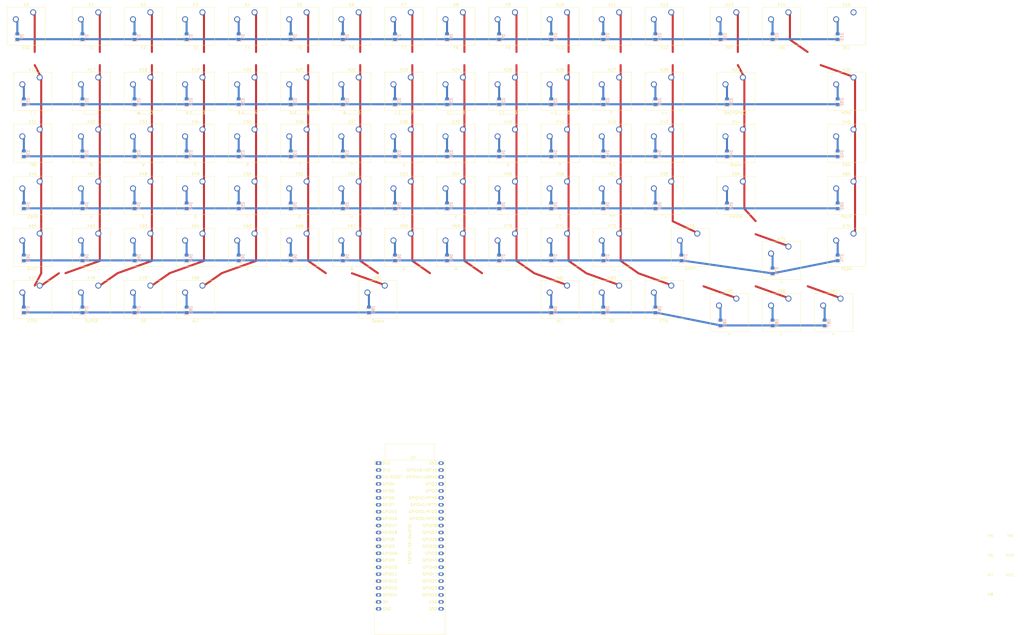
<source format=kicad_pcb>
(kicad_pcb (version 20240108) (generator "pcbnew") (generator_version "8.0")
  (layers (0 "F.Cu" signal) (31 "B.Cu" signal) (34 "B.Paste" user) (35 "F.Paste" user) (36 "B.SilkS" user "B.Silkscreen") (37 "F.SilkS" user "F.Silkscreen") (38 "B.Mask" user) (39 "F.Mask" user) (44 "Edge.Cuts" user))
  (net 0 "")
  (net 1 "GND")
  (net 2 "/Row_0")
  (net 3 "/Row_1")
  (net 4 "/Row_2")
  (net 5 "/Row_3")
  (net 6 "/Row_4")
  (net 7 "/Row_5")
  (net 8 "/Row_6")
  (net 9 "/Col_0")
  (net 10 "/Col_1")
  (net 11 "/Col_2")
  (net 12 "/Col_3")
  (net 13 "/Col_4")
  (net 14 "/Col_5")
  (net 15 "/Col_6")
  (net 16 "/Col_7")
  (net 17 "/Col_8")
  (net 18 "/Col_9")
  (net 19 "/Col_10")
  (net 20 "/Col_11")
  (net 21 "/Col_12")
  (net 22 "/Col_13")
  (net 23 "/Col_14")
  (net 24 "/Col_15")
  (net 25 "/Col_16")
  (net 26 "Net-(D0-Pad2)")
  (net 27 "Net-(D1-Pad2)")
  (net 28 "Net-(D2-Pad2)")
  (net 29 "Net-(D3-Pad2)")
  (net 30 "Net-(D4-Pad2)")
  (net 31 "Net-(D5-Pad2)")
  (net 32 "Net-(D6-Pad2)")
  (net 33 "Net-(D7-Pad2)")
  (net 34 "Net-(D8-Pad2)")
  (net 35 "Net-(D9-Pad2)")
  (net 36 "Net-(D10-Pad2)")
  (net 37 "Net-(D11-Pad2)")
  (net 38 "Net-(D12-Pad2)")
  (net 39 "Net-(D13-Pad2)")
  (net 40 "Net-(D14-Pad2)")
  (net 41 "Net-(D15-Pad2)")
  (net 42 "Net-(D16-Pad2)")
  (net 43 "Net-(D17-Pad2)")
  (net 44 "Net-(D18-Pad2)")
  (net 45 "Net-(D19-Pad2)")
  (net 46 "Net-(D20-Pad2)")
  (net 47 "Net-(D21-Pad2)")
  (net 48 "Net-(D22-Pad2)")
  (net 49 "Net-(D23-Pad2)")
  (net 50 "Net-(D24-Pad2)")
  (net 51 "Net-(D25-Pad2)")
  (net 52 "Net-(D26-Pad2)")
  (net 53 "Net-(D27-Pad2)")
  (net 54 "Net-(D28-Pad2)")
  (net 55 "Net-(D29-Pad2)")
  (net 56 "Net-(D30-Pad2)")
  (net 57 "Net-(D31-Pad2)")
  (net 58 "Net-(D32-Pad2)")
  (net 59 "Net-(D33-Pad2)")
  (net 60 "Net-(D34-Pad2)")
  (net 61 "Net-(D35-Pad2)")
  (net 62 "Net-(D36-Pad2)")
  (net 63 "Net-(D37-Pad2)")
  (net 64 "Net-(D38-Pad2)")
  (net 65 "Net-(D39-Pad2)")
  (net 66 "Net-(D40-Pad2)")
  (net 67 "Net-(D41-Pad2)")
  (net 68 "Net-(D42-Pad2)")
  (net 69 "Net-(D43-Pad2)")
  (net 70 "Net-(D44-Pad2)")
  (net 71 "Net-(D45-Pad2)")
  (net 72 "Net-(D46-Pad2)")
  (net 73 "Net-(D47-Pad2)")
  (net 74 "Net-(D48-Pad2)")
  (net 75 "Net-(D49-Pad2)")
  (net 76 "Net-(D50-Pad2)")
  (net 77 "Net-(D51-Pad2)")
  (net 78 "Net-(D52-Pad2)")
  (net 79 "Net-(D53-Pad2)")
  (net 80 "Net-(D54-Pad2)")
  (net 81 "Net-(D55-Pad2)")
  (net 82 "Net-(D56-Pad2)")
  (net 83 "Net-(D57-Pad2)")
  (net 84 "Net-(D58-Pad2)")
  (net 85 "Net-(D59-Pad2)")
  (net 86 "Net-(D60-Pad2)")
  (net 87 "Net-(D61-Pad2)")
  (net 88 "Net-(D62-Pad2)")
  (net 89 "Net-(D63-Pad2)")
  (net 90 "Net-(D64-Pad2)")
  (net 91 "Net-(D65-Pad2)")
  (net 92 "Net-(D66-Pad2)")
  (net 93 "Net-(D67-Pad2)")
  (net 94 "Net-(D68-Pad2)")
  (net 95 "Net-(D69-Pad2)")
  (net 96 "Net-(D70-Pad2)")
  (net 97 "Net-(D71-Pad2)")
  (net 98 "Net-(D72-Pad2)")
  (net 99 "Net-(D73-Pad2)")
  (net 100 "Net-(D74-Pad2)")
  (net 101 "Net-(D75-Pad2)")
  (net 102 "Net-(D77-Pad2)")
  (net 103 "Net-(D78-Pad2)")
  (net 104 "Net-(D79-Pad2)")
  (net 105 "Net-(D80-Pad2)")
  (net 106 "Net-(D81-Pad2)")
  (net 107 "Net-(D82-Pad2)")
  (net 108 "Net-(D83-Pad2)")
  (net 109 "Net-(D84-Pad2)")
  (net 110 "Net-(D85-Pad2)")
  (net 111 "Net-(D86-Pad2)")
  (net 112 "Net-(D87-Pad2)")
  (net 120 "/Display")
  (net 121 "/VCC_3V3")
  (net 123 "/NeoPixel0")
  (net 126 "/VCC_5V")
  (net 127 "Speaker")
  (footprint "Button_Switch_Keyboard:SW_Cherry_MX_1.00u_PCB" (layer "F.Cu") (at 34.7475 29.6075)
    (property "Reference" "K0")
    (property "Value" "ESC")
  )
  (footprint "Button_Switch_Keyboard:SW_Cherry_MX_1.00u_PCB" (layer "F.Cu") (at 134.76 53.42)
    (property "Reference" "K21")
    (property "Value" "%,€,,,,,,,,5")
  )
  (footprint "Button_Switch_Keyboard:SW_Cherry_MX_1.00u_PCB" (layer "F.Cu") (at 334.785 29.6075)
    (property "Reference" "K15")
    (property "Value" "DEL")
  )
  (footprint "Button_Switch_Keyboard:SW_Cherry_MX_1.00u_PCB" (layer "F.Cu") (at 172.86 29.6075)
    (property "Reference" "K7")
    (property "Value" "F7")
  )
  (footprint "PCM_Espressif:ESP32-S3-DevKitC" (layer "F.Cu") (at 161.07 194.60792)
    (property "Reference" "U1")
    (property "Value" "ESP32-S3-DevKitC")
  )
  (footprint "Button_Switch_Keyboard:SW_Cherry_MX_1.00u_PCB" (layer "F.Cu") (at 58.56 72.47)
    (property "Reference" "K32")
    (property "Value" "Q")
  )
  (footprint "Button_Switch_Keyboard:SW_Cherry_MX_1.00u_PCB" (layer "F.Cu") (at 58.56 53.42)
    (property "Reference" "K17")
    (property "Value" "!,,,,,,,,,1")
  )
  (footprint "Button_Switch_Keyboard:SW_Cherry_MX_1.25u_PCB" (layer "F.Cu") (at 37.12875 110.57)
    (property "Reference" "K61")
    (property "Value" "SHIFT")
  )
  (footprint "Button_Switch_Keyboard:SW_Cherry_MX_1.00u_PCB" (layer "F.Cu") (at 230.01 91.52)
    (property "Reference" "K56")
    (property "Value" "Ç")
  )
  (footprint "Button_Switch_Keyboard:SW_Cherry_MX_1.00u_PCB" (layer "F.Cu") (at 291.9225 134.3825)
    (property "Reference" "K85")
    (property "Value" "<")
  )
  (footprint "Button_Switch_Keyboard:SW_Cherry_MX_1.00u_PCB" (layer "F.Cu") (at 210.96 91.52)
    (property "Reference" "K55")
    (property "Value" "L")
  )
  (footprint "Button_Switch_Keyboard:SW_Cherry_MX_1.00u_PCB" (layer "F.Cu") (at 96.66 110.57)
    (property "Reference" "K64")
    (property "Value" "X")
  )
  (footprint "Button_Switch_Keyboard:SW_Cherry_MX_1.00u_PCB" (layer "F.Cu") (at 191.91 53.42)
    (property "Reference" "K24")
    (property "Value" "(,[,,,,,,,,8")
  )
  (footprint "Button_Switch_Keyboard:SW_Cherry_MX_1.00u_PCB" (layer "F.Cu") (at 191.91 91.52)
    (property "Reference" "K54")
    (property "Value" "K")
  )
  (footprint "Button_Switch_Keyboard:SW_Cherry_MX_1.00u_PCB" (layer "F.Cu") (at 191.91 110.57)
    (property "Reference" "K69")
    (property "Value" "M")
  )
  (footprint "Button_Switch_Keyboard:SW_Cherry_MX_1.00u_PCB" (layer "F.Cu") (at 115.71 53.42)
    (property "Reference" "K20")
    (property "Value" "$,§,,,,,,,,4")
  )
  (footprint "Button_Switch_Keyboard:SW_Cherry_MX_1.00u_PCB" (layer "F.Cu") (at 230.01 110.57)
    (property "Reference" "K71")
    (property "Value" ":,.")
  )
  (footprint "Button_Switch_Keyboard:SW_Cherry_MX_1.00u_PCB" (layer "F.Cu") (at 96.66 91.52)
    (property "Reference" "K49")
    (property "Value" "D")
  )
  (footprint "Button_Switch_Keyboard:SW_Cherry_MX_1.00u_PCB" (layer "F.Cu") (at 249.06 29.6075)
    (property "Reference" "K11")
    (property "Value" "F11")
  )
  (footprint "Button_Switch_Keyboard:SW_Cherry_MX_1.00u_PCB" (layer "F.Cu") (at 77.61 53.42)
    (property "Reference" "K18")
    (property "Value" "\",@,,,,,,,,2")
  )
  (footprint "Button_Switch_Keyboard:SW_Cherry_MX_1.00u_PCB" (layer "F.Cu") (at 310.9725 29.6075)
    (property "Reference" "K14")
    (property "Value" "INS")
  )
  (footprint "Button_Switch_Keyboard:SW_Cherry_MX_1.00u_PCB" (layer "F.Cu") (at 249.06 72.47)
    (property "Reference" "K42")
    (property "Value" "*,+")
  )
  (footprint "Button_Switch_Keyboard:SW_Cherry_MX_1.00u_PCB" (layer "F.Cu") (at 334.785 110.57)
    (property "Reference" "K74")
    (property "Value" "PGDN")
  )
  (footprint "Button_Switch_Keyboard:SW_Cherry_MX_1.00u_PCB" (layer "F.Cu") (at 191.91 72.47)
    (property "Reference" "K39")
    (property "Value" "I")
  )
  (footprint "Button_Switch_Keyboard:SW_Cherry_MX_2.00u_PCB" (layer "F.Cu") (at 277.635 110.57)
    (property "Reference" "K73")
    (property "Value" "SHIFT")
  )
  (footprint "Button_Switch_Keyboard:SW_Cherry_MX_1.00u_PCB" (layer "F.Cu") (at 134.76 72.47)
    (property "Reference" "K36")
    (property "Value" "T")
  )
  (footprint "Button_Switch_Keyboard:SW_Cherry_MX_1.00u_PCB" (layer "F.Cu") (at 330.0225 134.3825)
    (property "Reference" "K87")
    (property "Value" ">")
  )
  (footprint "Button_Switch_Keyboard:SW_Cherry_MX_1.00u_PCB" (layer "F.Cu") (at 58.56 91.52)
    (property "Reference" "K47")
    (property "Value" "A")
  )
  (footprint "Button_Switch_Keyboard:SW_Cherry_MX_1.00u_PCB" (layer "F.Cu") (at 77.61 91.52)
    (property "Reference" "K48")
    (property "Value" "S")
  )
  (footprint "Button_Switch_Keyboard:SW_Cherry_MX_1.00u_PCB" (layer "F.Cu") (at 172.86 110.57)
    (property "Reference" "K68")
    (property "Value" "N")
  )
  (footprint "Button_Switch_Keyboard:SW_Cherry_MX_1.75u_PCB" (layer "F.Cu") (at 294.30375 91.52)
    (property "Reference" "K59")
    (property "Value" "ENTER")
  )
  (footprint "Button_Switch_Keyboard:SW_Cherry_MX_1.00u_PCB" (layer "F.Cu") (at 310.9725 134.3825)
    (property "Reference" "K86")
    (property "Value" "∨")
  )
  (footprint "Button_Switch_Keyboard:SW_Cherry_MX_1.00u_PCB" (layer "F.Cu") (at 77.61 29.6075)
    (property "Reference" "K2")
    (property "Value" "F2")
  )
  (footprint "Button_Switch_Keyboard:SW_Cherry_MX_1.00u_PCB" (layer "F.Cu") (at 249.06 91.52)
    (property "Reference" "K57")
    (property "Value" "ª,º")
  )
  (footprint "MountingHole:MountingHole_3.2mm_M3_DIN965" (layer "F.Cu") (at 384.85 239.3)
    (property "Reference" "H7")
    (property "Value" "VCC")
  )
  (footprint "Button_Switch_Keyboard:SW_Cherry_MX_1.00u_PCB" (layer "F.Cu") (at 230.01 29.6075)
    (property "Reference" "K10")
    (property "Value" "F10")
  )
  (footprint "MountingHole:MountingHole_3.2mm_M3_DIN965" (layer "F.Cu") (at 392 239.3)
    (property "Reference" "H11")
    (property "Value" "MountingHole")
  )
  (footprint "Button_Switch_Keyboard:SW_Cherry_MX_1.00u_PCB" (layer "F.Cu") (at 249.06 110.57)
    (property "Reference" "K72")
    (property "Value" "-,_")
  )
  (footprint "Button_Switch_Keyboard:SW_Cherry_MX_1.00u_PCB" (layer "F.Cu") (at 268.11 129.62)
    (property "Reference" "K84")
    (property "Value" "CTRL")
  )
  (footprint "Button_Switch_Keyboard:SW_Cherry_MX_1.00u_PCB" (layer "F.Cu") (at 115.71 72.47)
    (property "Reference" "K35")
    (property "Value" "R")
  )
  (footprint "Button_Switch_Keyboard:SW_Cherry_MX_1.00u_PCB" (layer "F.Cu") (at 77.61 129.62)
    (property "Reference" "K79")
    (property "Value" "S0")
  )
  (footprint "Button_Switch_Keyboard:SW_Cherry_MX_1.00u_PCB" (layer "F.Cu") (at 334.785 53.42)
    (property "Reference" "K30")
    (property "Value" "HOME")
  )
  (footprint "Button_Switch_Keyboard:SW_Cherry_MX_1.00u_PCB" (layer "F.Cu") (at 77.61 72.47)
    (property "Reference" "K33")
    (property "Value" "W")
  )
  (footprint "Button_Switch_Keyboard:SW_Cherry_MX_1.00u_PCB" (layer "F.Cu") (at 310.9725 115.3325)
    (property "Reference" "K75")
    (property "Value" "∧")
  )
  (footprint "Button_Switch_Keyboard:SW_Cherry_MX_1.25u_PCB" (layer "F.Cu") (at 37.12875 53.42)
    (property "Reference" "K16")
    (property "Value" "|,\\")
  )
  (footprint "Button_Switch_Keyboard:SW_Cherry_MX_1.00u_PCB" (layer "F.Cu") (at 96.66 129.62)
    (property "Reference" "K80")
    (property "Value" "ALT")
  )
  (footprint "Button_Switch_Keyboard:SW_Cherry_MX_1.00u_PCB" (layer "F.Cu") (at 153.81 29.6075)
    (property "Reference" "K6")
    (property "Value" "F6")
  )
  (footprint "Button_Switch_Keyboard:SW_Cherry_MX_1.00u_PCB" (layer "F.Cu") (at 134.76 29.6075)
    (property "Reference" "K5")
    (property "Value" "F5")
  )
  (footprint "Button_Switch_Keyboard:SW_Cherry_MX_1.00u_PCB" (layer "F.Cu") (at 268.11 29.6075)
    (property "Reference" "K12")
    (property "Value" "F12")
  )
  (footprint "Button_Switch_Keyboard:SW_Cherry_MX_1.00u_PCB" (layer "F.Cu") (at 96.66 53.42)
    (property "Reference" "K19")
    (property "Value" "#,£,,,,,,,,3")
  )
  (footprint "Button_Switch_Keyboard:SW_Cherry_MX_1.00u_PCB" (layer "F.Cu") (at 249.06 129.62)
    (property "Reference" "K83")
    (property "Value" "S1")
  )
  (footprint "Button_Switch_Keyboard:SW_Cherry_MX_1.00u_PCB" (layer "F.Cu") (at 268.11 72.47)
    (property "Reference" "K43")
    (property "Value" "`,´")
  )
  (footprint "Button_Switch_Keyboard:SW_Cherry_MX_1.00u_PCB" (layer "F.Cu") (at 172.86 53.42)
    (property "Reference" "K23")
    (property "Value" "/,{,,,,,,,,7")
  )
  (footprint "Button_Switch_Keyboard:SW_Cherry_MX_1.00u_PCB" (layer "F.Cu") (at 334.785 72.47)
    (property "Reference" "K45")
    (property "Value" "END")
  )
  (footprint "Button_Switch_Keyboard:SW_Cherry_MX_1.00u_PCB" (layer "F.Cu") (at 230.01 53.42)
    (property "Reference" "K26")
    (property "Value" "=,},,,,,,,,0")
  )
  (footprint "MountingHole:MountingHole_3.2mm_M3_DIN965" (layer "F.Cu") (at 384.85 232.15)
    (property "Reference" "H6")
    (property "Value" "MountingHole")
  )
  (footprint "Button_Switch_Keyboard:SW_Cherry_MX_1.00u_PCB" (layer "F.Cu") (at 172.86 72.47)
    (property "Reference" "K38")
    (property "Value" "U")
  )
  (footprint "Button_Switch_Keyboard:SW_Cherry_MX_1.00u_PCB" (layer "F.Cu") (at 134.76 91.52)
    (property "Reference" "K51")
    (property "Value" "G")
  )
  (footprint "Button_Switch_Keyboard:SW_Cherry_MX_1.00u_PCB" (layer "F.Cu") (at 334.785 91.52)
    (property "Reference" "K60")
    (property "Value" "PGUP")
  )
  (footprint "Button_Switch_Keyboard:SW_Cherry_MX_1.00u_PCB" (layer "F.Cu") (at 115.71 110.57)
    (property "Reference" "K65")
    (property "Value" "C")
  )
  (footprint "Button_Switch_Keyboard:SW_Cherry_MX_1.75u_PCB" (layer "F.Cu") (at 294.30375 53.42)
    (property "Reference" "K29")
    (property "Value" "BACKSPACE")
  )
  (footprint "Button_Switch_Keyboard:SW_Cherry_MX_1.00u_PCB" (layer "F.Cu") (at 210.96 53.42)
    (property "Reference" "K25")
    (property "Value" "),],,,,,,,,9")
  )
  (footprint "Button_Switch_Keyboard:SW_Cherry_MX_1.25u_PCB" (layer "F.Cu") (at 37.12875 129.62)
    (property "Reference" "K77")
    (property "Value" "CTRL")
  )
  (footprint "Button_Switch_Keyboard:SW_Cherry_MX_1.00u_PCB" (layer "F.Cu") (at 249.06 53.42)
    (property "Reference" "K27")
    (property "Value" "?,'")
  )
  (footprint "Button_Switch_Keyboard:SW_Cherry_MX_1.00u_PCB" (layer "F.Cu") (at 210.96 29.6075)
    (property "Reference" "K9")
    (property "Value" "F9")
  )
  (footprint "Button_Switch_Keyboard:SW_Cherry_MX_1.00u_PCB" (layer "F.Cu") (at 153.81 53.42)
    (property "Reference" "K22")
    (property "Value" "&,,,,,,,,,6")
  )
  (footprint "Button_Switch_Keyboard:SW_Cherry_MX_1.00u_PCB" (layer "F.Cu") (at 58.56 110.57)
    (property "Reference" "K62")
    (property "Value" ">,,,,,,,,,<")
  )
  (footprint "Button_Switch_Keyboard:SW_Cherry_MX_1.00u_PCB" (layer "F.Cu") (at 268.11 53.42)
    (property "Reference" "K28")
    (property "Value" "»,«")
  )
  (footprint "Button_Switch_Keyboard:SW_Cherry_MX_1.00u_PCB" (layer "F.Cu") (at 58.56 129.62)
    (property "Reference" "K78")
    (property "Value" "SUPER")
  )
  (footprint "Button_Switch_Keyboard:SW_Cherry_MX_1.00u_PCB" (layer "F.Cu") (at 210.96 72.47)
    (property "Reference" "K40")
    (property "Value" "O")
  )
  (footprint "Button_Switch_Keyboard:SW_Cherry_MX_1.00u_PCB" (layer "F.Cu") (at 153.81 110.57)
    (property "Reference" "K67")
    (property "Value" "B")
  )
  (footprint "Button_Switch_Keyboard:SW_Cherry_MX_1.75u_PCB" (layer "F.Cu") (at 294.30375 72.47)
    (property "Reference" "K44")
    (property "Value" "Blank")
  )
  (footprint "Button_Switch_Keyboard:SW_Cherry_MX_1.00u_PCB" (layer "F.Cu") (at 191.91 29.6075)
    (property "Reference" "K8")
    (property "Value" "F8")
  )
  (footprint "Button_Switch_Keyboard:SW_Cherry_MX_1.25u_PCB" (layer "F.Cu") (at 37.12875 72.47)
    (property "Reference" "K31")
    (property "Value" "TAB")
  )
  (footprint "Button_Switch_Keyboard:SW_Cherry_MX_1.00u_PCB" (layer "F.Cu") (at 96.66 72.47)
    (property "Reference" "K34")
    (property "Value" "E")
  )
  (footprint "Button_Switch_Keyboard:SW_Cherry_MX_2.75u_PCB" (layer "F.Cu") (at 163.335 129.62)
    (property "Reference" "K81")
    (property "Value" "Space")
  )
  (footprint "MountingHole:MountingHole_3.2mm_M3_DIN965" (layer "F.Cu") (at 384.85 246.45)
    (property "Reference" "H8")
    (property "Value" "GND")
  )
  (footprint "Button_Switch_Keyboard:SW_Cherry_MX_1.25u_PCB" (layer "F.Cu") (at 37.12875 91.52)
    (property "Reference" "K46")
    (property "Value" "CAPS")
  )
  (footprint "Button_Switch_Keyboard:SW_Cherry_MX_1.00u_PCB" (layer "F.Cu") (at 115.71 91.52)
    (property "Reference" "K50")
    (property "Value" "F")
  )
  (footprint "Button_Switch_Keyboard:SW_Cherry_MX_1.00u_PCB" (layer "F.Cu") (at 230.01 129.62)
    (property "Reference" "K82")
    (property "Value" "ALT")
  )
  (footprint "Button_Switch_Keyboard:SW_Cherry_MX_1.00u_PCB" (layer "F.Cu") (at 172.86 91.52)
    (property "Reference" "K53")
    (property "Value" "J")
  )
  (footprint "Button_Switch_Keyboard:SW_Cherry_MX_1.00u_PCB" (layer "F.Cu") (at 153.81 72.47)
    (property "Reference" "K37")
    (property "Value" "Y")
  )
  (footprint "Button_Switch_Keyboard:SW_Cherry_MX_1.00u_PCB" (layer "F.Cu") (at 153.81 91.52)
    (property "Reference" "K52")
    (property "Value" "H")
  )
  (footprint "Button_Switch_Keyboard:SW_Cherry_MX_1.00u_PCB" (layer "F.Cu") (at 77.61 110.57)
    (property "Reference" "K63")
    (property "Value" "Z")
  )
  (footprint "Button_Switch_Keyboard:SW_Cherry_MX_1.00u_PCB" (layer "F.Cu") (at 230.01 72.47)
    (property "Reference" "K41")
    (property "Value" "P")
  )
  (footprint "Button_Switch_Keyboard:SW_Cherry_MX_1.00u_PCB" (layer "F.Cu") (at 291.9225 29.6075)
    (property "Reference" "K13")
    (property "Value" "PRT")
  )
  (footprint "Button_Switch_Keyboard:SW_Cherry_MX_1.00u_PCB" (layer "F.Cu") (at 115.71 29.6075)
    (property "Reference" "K4")
    (property "Value" "F4")
  )
  (footprint "Button_Switch_Keyboard:SW_Cherry_MX_1.00u_PCB" (layer "F.Cu") (at 58.56 29.6075)
    (property "Reference" "K1")
    (property "Value" "F1")
  )
  (footprint "Button_Switch_Keyboard:SW_Cherry_MX_1.00u_PCB" (layer "F.Cu") (at 134.76 110.57)
    (property "Reference" "K66")
    (property "Value" "V")
  )
  (footprint "MountingHole:MountingHole_3.2mm_M3_DIN965" (layer "F.Cu") (at 392 225)
    (property "Reference" "H9")
    (property "Value" "Display")
  )
  (footprint "Button_Switch_Keyboard:SW_Cherry_MX_1.00u_PCB" (layer "F.Cu") (at 210.96 110.57)
    (property "Reference" "K70")
    (property "Value" ";,,")
  )
  (footprint "MountingHole:MountingHole_3.2mm_M3_DIN965" (layer "F.Cu") (at 384.85 225)
    (property "Reference" "H5")
    (property "Value" "MountingHole")
  )
  (footprint "MountingHole:MountingHole_3.2mm_M3_DIN965" (layer "F.Cu") (at 392 232.15)
    (property "Reference" "H10")
    (property "Value" "MountingHole")
  )
  (footprint "Button_Switch_Keyboard:SW_Cherry_MX_1.00u_PCB" (layer "F.Cu") (at 96.66 29.6075)
    (property "Reference" "K3")
    (property "Value" "F3")
  )
  (footprint "Button_Switch_Keyboard:SW_Cherry_MX_1.00u_PCB" (layer "F.Cu") (at 268.11 91.52)
    (property "Reference" "K58")
    (property "Value" "^,~")
  )
  (footprint "Diode_SMD:D_0805_2012Metric_Pad1.15x1.40mm_HandSolder" (layer "B.Cu") (at 28.9475 38.4975 90)
    (property "Reference" "D0")
    (property "Value" "D")
  )
  (footprint "Diode_SMD:D_0805_2012Metric_Pad1.15x1.40mm_HandSolder" (layer "B.Cu") (at 52.76 100.41 90)
    (property "Reference" "D47")
    (property "Value" "D")
  )
  (footprint "Diode_SMD:D_0805_2012Metric_Pad1.15x1.40mm_HandSolder" (layer "B.Cu") (at 148.01 38.4975 90)
    (property "Reference" "D6")
    (property "Value" "D")
  )
  (footprint "Diode_SMD:D_0805_2012Metric_Pad1.15x1.40mm_HandSolder" (layer "B.Cu") (at 328.985 119.46 90)
    (property "Reference" "D74")
    (property "Value" "D")
  )
  (footprint "Diode_SMD:D_0805_2012Metric_Pad1.15x1.40mm_HandSolder" (layer "B.Cu") (at 167.06 62.31 90)
    (property "Reference" "D23")
    (property "Value" "D")
  )
  (footprint "Diode_SMD:D_0805_2012Metric_Pad1.15x1.40mm_HandSolder" (layer "B.Cu") (at 262.31 62.31 90)
    (property "Reference" "D28")
    (property "Value" "D")
  )
  (footprint "Diode_SMD:D_0805_2012Metric_Pad1.15x1.40mm_HandSolder" (layer "B.Cu") (at 305.1725 143.2725 90)
    (property "Reference" "D86")
    (property "Value" "D")
  )
  (footprint "Diode_SMD:D_0805_2012Metric_Pad1.15x1.40mm_HandSolder" (layer "B.Cu") (at 90.86 81.36 90)
    (property "Reference" "D34")
    (property "Value" "D")
  )
  (footprint "Diode_SMD:D_0805_2012Metric_Pad1.15x1.40mm_HandSolder" (layer "B.Cu") (at 186.11 119.46 90)
    (property "Reference" "D69")
    (property "Value" "D")
  )
  (footprint "Diode_SMD:D_0805_2012Metric_Pad1.15x1.40mm_HandSolder" (layer "B.Cu") (at 243.26 81.36 90)
    (property "Reference" "D42")
    (property "Value" "D")
  )
  (footprint "Diode_SMD:D_0805_2012Metric_Pad1.15x1.40mm_HandSolder" (layer "B.Cu") (at 324.2225 143.2725 90)
    (property "Reference" "D87")
    (property "Value" "D")
  )
  (footprint "Diode_SMD:D_0805_2012Metric_Pad1.15x1.40mm_HandSolder" (layer "B.Cu") (at 288.50375 100.41 90)
    (property "Reference" "D59")
    (property "Value" "D")
  )
  (footprint "Diode_SMD:D_0805_2012Metric_Pad1.15x1.40mm_HandSolder" (layer "B.Cu") (at 90.86 38.4975 90)
    (property "Reference" "D3")
    (property "Value" "D")
  )
  (footprint "Diode_SMD:D_0805_2012Metric_Pad1.15x1.40mm_HandSolder" (layer "B.Cu") (at 243.26 38.4975 90)
    (property "Reference" "D11")
    (property "Value" "D")
  )
  (footprint "Diode_SMD:D_0805_2012Metric_Pad1.15x1.40mm_HandSolder" (layer "B.Cu") (at 167.06 100.41 90)
    (property "Reference" "D53")
    (property "Value" "D")
  )
  (footprint "Diode_SMD:D_0805_2012Metric_Pad1.15x1.40mm_HandSolder" (layer "B.Cu") (at 288.50375 62.31 90)
    (property "Reference" "D29")
    (property "Value" "D")
  )
  (footprint "Diode_SMD:D_0805_2012Metric_Pad1.15x1.40mm_HandSolder" (layer "B.Cu") (at 109.91 119.46 90)
    (property "Reference" "D65")
    (property "Value" "D")
  )
  (footprint "Diode_SMD:D_0805_2012Metric_Pad1.15x1.40mm_HandSolder" (layer "B.Cu") (at 224.21 62.31 90)
    (property "Reference" "D26")
    (property "Value" "D")
  )
  (footprint "Diode_SMD:D_0805_2012Metric_Pad1.15x1.40mm_HandSolder" (layer "B.Cu") (at 186.11 62.31 90)
    (property "Reference" "D24")
    (property "Value" "D")
  )
  (footprint "Diode_SMD:D_0805_2012Metric_Pad1.15x1.40mm_HandSolder" (layer "B.Cu") (at 52.76 62.31 90)
    (property "Reference" "D17")
    (property "Value" "D")
  )
  (footprint "Diode_SMD:D_0805_2012Metric_Pad1.15x1.40mm_HandSolder" (layer "B.Cu") (at 157.535 138.51 90)
    (property "Reference" "D81")
    (property "Value" "D")
  )
  (footprint "Diode_SMD:D_0805_2012Metric_Pad1.15x1.40mm_HandSolder" (layer "B.Cu") (at 52.76 81.36 90)
    (property "Reference" "D32")
    (property "Value" "D")
  )
  (footprint "Diode_SMD:D_0805_2012Metric_Pad1.15x1.40mm_HandSolder" (layer "B.Cu") (at 167.06 81.36 90)
    (property "Reference" "D38")
    (property "Value" "D")
  )
  (footprint "Diode_SMD:D_0805_2012Metric_Pad1.15x1.40mm_HandSolder" (layer "B.Cu") (at 224.21 38.4975 90)
    (property "Reference" "D10")
    (property "Value" "D")
  )
  (footprint "Diode_SMD:D_0805_2012Metric_Pad1.15x1.40mm_HandSolder" (layer "B.Cu") (at 31.32875 81.36 90)
    (property "Reference" "D31")
    (property "Value" "D")
  )
  (footprint "Diode_SMD:D_0805_2012Metric_Pad1.15x1.40mm_HandSolder" (layer "B.Cu") (at 186.11 38.4975 90)
    (property "Reference" "D8")
    (property "Value" "D")
  )
  (footprint "Diode_SMD:D_0805_2012Metric_Pad1.15x1.40mm_HandSolder" (layer "B.Cu") (at 243.26 138.51 90)
    (property "Reference" "D83")
    (property "Value" "D")
  )
  (footprint "Diode_SMD:D_0805_2012Metric_Pad1.15x1.40mm_HandSolder" (layer "B.Cu") (at 71.81 100.41 90)
    (property "Reference" "D48")
    (property "Value" "D")
  )
  (footprint "Diode_SMD:D_0805_2012Metric_Pad1.15x1.40mm_HandSolder" (layer "B.Cu") (at 148.01 62.31 90)
    (property "Reference" "D22")
    (property "Value" "D")
  )
  (footprint "Diode_SMD:D_0805_2012Metric_Pad1.15x1.40mm_HandSolder" (layer "B.Cu") (at 109.91 100.41 90)
    (property "Reference" "D50")
    (property "Value" "D")
  )
  (footprint "Diode_SMD:D_0805_2012Metric_Pad1.15x1.40mm_HandSolder" (layer "B.Cu") (at 205.16 100.41 90)
    (property "Reference" "D55")
    (property "Value" "D")
  )
  (footprint "Diode_SMD:D_0805_2012Metric_Pad1.15x1.40mm_HandSolder" (layer "B.Cu") (at 109.91 62.31 90)
    (property "Reference" "D20")
    (property "Value" "D")
  )
  (footprint "Diode_SMD:D_0805_2012Metric_Pad1.15x1.40mm_HandSolder" (layer "B.Cu") (at 31.32875 100.41 90)
    (property "Reference" "D46")
    (property "Value" "D")
  )
  (footprint "Diode_SMD:D_0805_2012Metric_Pad1.15x1.40mm_HandSolder" (layer "B.Cu") (at 90.86 119.46 90)
    (property "Reference" "D64")
    (property "Value" "D")
  )
  (footprint "Diode_SMD:D_0805_2012Metric_Pad1.15x1.40mm_HandSolder" (layer "B.Cu") (at 128.96 38.4975 90)
    (property "Reference" "D5")
    (property "Value" "D")
  )
  (footprint "Diode_SMD:D_0805_2012Metric_Pad1.15x1.40mm_HandSolder" (layer "B.Cu") (at 31.32875 62.31 90)
    (property "Reference" "D16")
    (property "Value" "D")
  )
  (footprint "Diode_SMD:D_0805_2012Metric_Pad1.15x1.40mm_HandSolder" (layer "B.Cu") (at 71.81 38.4975 90)
    (property "Reference" "D2")
    (property "Value" "D")
  )
  (footprint "Diode_SMD:D_0805_2012Metric_Pad1.15x1.40mm_HandSolder" (layer "B.Cu") (at 90.86 138.51 90)
    (property "Reference" "D80")
    (property "Value" "D")
  )
  (footprint "Diode_SMD:D_0805_2012Metric_Pad1.15x1.40mm_HandSolder" (layer "B.Cu") (at 90.86 62.31 90)
    (property "Reference" "D19")
    (property "Value" "D")
  )
  (footprint "Diode_SMD:D_0805_2012Metric_Pad1.15x1.40mm_HandSolder" (layer "B.Cu") (at 305.1725 124.2225 90)
    (property "Reference" "D75")
    (property "Value" "D")
  )
  (footprint "Diode_SMD:D_0805_2012Metric_Pad1.15x1.40mm_HandSolder" (layer "B.Cu") (at 109.91 38.4975 90)
    (property "Reference" "D4")
    (property "Value" "D")
  )
  (footprint "Diode_SMD:D_0805_2012Metric_Pad1.15x1.40mm_HandSolder" (layer "B.Cu") (at 286.1225 38.4975 90)
    (property "Reference" "D13")
    (property "Value" "D")
  )
  (footprint "Diode_SMD:D_0805_2012Metric_Pad1.15x1.40mm_HandSolder" (layer "B.Cu") (at 224.21 100.41 90)
    (property "Reference" "D56")
    (property "Value" "D")
  )
  (footprint "Diode_SMD:D_0805_2012Metric_Pad1.15x1.40mm_HandSolder" (layer "B.Cu") (at 71.81 81.36 90)
    (property "Reference" "D33")
    (property "Value" "D")
  )
  (footprint "Diode_SMD:D_0805_2012Metric_Pad1.15x1.40mm_HandSolder" (layer "B.Cu") (at 328.985 38.4975 90)
    (property "Reference" "D15")
    (property "Value" "D")
  )
  (footprint "Diode_SMD:D_0805_2012Metric_Pad1.15x1.40mm_HandSolder" (layer "B.Cu") (at 205.16 38.4975 90)
    (property "Reference" "D9")
    (property "Value" "D")
  )
  (footprint "Diode_SMD:D_0805_2012Metric_Pad1.15x1.40mm_HandSolder" (layer "B.Cu") (at 71.81 62.31 90)
    (property "Reference" "D18")
    (property "Value" "D")
  )
  (footprint "Diode_SMD:D_0805_2012Metric_Pad1.15x1.40mm_HandSolder" (layer "B.Cu") (at 243.26 100.41 90)
    (property "Reference" "D57")
    (property "Value" "D")
  )
  (footprint "Diode_SMD:D_0805_2012Metric_Pad1.15x1.40mm_HandSolder" (layer "B.Cu") (at 271.835 119.46 90)
    (property "Reference" "D73")
    (property "Value" "D")
  )
  (footprint "Diode_SMD:D_0805_2012Metric_Pad1.15x1.40mm_HandSolder" (layer "B.Cu") (at 286.1225 143.2725 90)
    (property "Reference" "D85")
    (property "Value" "D")
  )
  (footprint "Diode_SMD:D_0805_2012Metric_Pad1.15x1.40mm_HandSolder" (layer "B.Cu") (at 167.06 38.4975 90)
    (property "Reference" "D7")
    (property "Value" "D")
  )
  (footprint "Diode_SMD:D_0805_2012Metric_Pad1.15x1.40mm_HandSolder" (layer "B.Cu") (at 71.81 119.46 90)
    (property "Reference" "D63")
    (property "Value" "D")
  )
  (footprint "Diode_SMD:D_0805_2012Metric_Pad1.15x1.40mm_HandSolder" (layer "B.Cu") (at 224.21 138.51 90)
    (property "Reference" "D82")
    (property "Value" "D")
  )
  (footprint "Diode_SMD:D_0805_2012Metric_Pad1.15x1.40mm_HandSolder" (layer "B.Cu") (at 243.26 119.46 90)
    (property "Reference" "D72")
    (property "Value" "D")
  )
  (footprint "Diode_SMD:D_0805_2012Metric_Pad1.15x1.40mm_HandSolder" (layer "B.Cu") (at 328.985 62.31 90)
    (property "Reference" "D30")
    (property "Value" "D")
  )
  (footprint "Diode_SMD:D_0805_2012Metric_Pad1.15x1.40mm_HandSolder" (layer "B.Cu") (at 224.21 119.46 90)
    (property "Reference" "D71")
    (property "Value" "D")
  )
  (footprint "Diode_SMD:D_0805_2012Metric_Pad1.15x1.40mm_HandSolder" (layer "B.Cu") (at 205.16 81.36 90)
    (property "Reference" "D40")
    (property "Value" "D")
  )
  (footprint "Diode_SMD:D_0805_2012Metric_Pad1.15x1.40mm_HandSolder" (layer "B.Cu") (at 167.06 119.46 90)
    (property "Reference" "D68")
    (property "Value" "D")
  )
  (footprint "Diode_SMD:D_0805_2012Metric_Pad1.15x1.40mm_HandSolder" (layer "B.Cu") (at 205.16 62.31 90)
    (property "Reference" "D25")
    (property "Value" "D")
  )
  (footprint "Diode_SMD:D_0805_2012Metric_Pad1.15x1.40mm_HandSolder" (layer "B.Cu") (at 305.1725 38.4975 90)
    (property "Reference" "D14")
    (property "Value" "D")
  )
  (footprint "Diode_SMD:D_0805_2012Metric_Pad1.15x1.40mm_HandSolder" (layer "B.Cu") (at 328.985 100.41 90)
    (property "Reference" "D60")
    (property "Value" "D")
  )
  (footprint "Diode_SMD:D_0805_2012Metric_Pad1.15x1.40mm_HandSolder" (layer "B.Cu") (at 52.76 38.4975 90)
    (property "Reference" "D1")
    (property "Value" "D")
  )
  (footprint "Diode_SMD:D_0805_2012Metric_Pad1.15x1.40mm_HandSolder" (layer "B.Cu") (at 328.985 81.36 90)
    (property "Reference" "D45")
    (property "Value" "D")
  )
  (footprint "Diode_SMD:D_0805_2012Metric_Pad1.15x1.40mm_HandSolder" (layer "B.Cu") (at 148.01 81.36 90)
    (property "Reference" "D37")
    (property "Value" "D")
  )
  (footprint "Diode_SMD:D_0805_2012Metric_Pad1.15x1.40mm_HandSolder" (layer "B.Cu") (at 186.11 100.41 90)
    (property "Reference" "D54")
    (property "Value" "D")
  )
  (footprint "Diode_SMD:D_0805_2012Metric_Pad1.15x1.40mm_HandSolder" (layer "B.Cu") (at 90.86 100.41 90)
    (property "Reference" "D49")
    (property "Value" "D")
  )
  (footprint "Diode_SMD:D_0805_2012Metric_Pad1.15x1.40mm_HandSolder" (layer "B.Cu") (at 128.96 81.36 90)
    (property "Reference" "D36")
    (property "Value" "D")
  )
  (footprint "Diode_SMD:D_0805_2012Metric_Pad1.15x1.40mm_HandSolder" (layer "B.Cu") (at 186.11 81.36 90)
    (property "Reference" "D39")
    (property "Value" "D")
  )
  (footprint "Diode_SMD:D_0805_2012Metric_Pad1.15x1.40mm_HandSolder" (layer "B.Cu") (at 148.01 119.46 90)
    (property "Reference" "D67")
    (property "Value" "D")
  )
  (footprint "Diode_SMD:D_0805_2012Metric_Pad1.15x1.40mm_HandSolder" (layer "B.Cu") (at 71.81 138.51 90)
    (property "Reference" "D79")
    (property "Value" "D")
  )
  (footprint "Diode_SMD:D_0805_2012Metric_Pad1.15x1.40mm_HandSolder" (layer "B.Cu") (at 288.50375 81.36 90)
    (property "Reference" "D44")
    (property "Value" "D")
  )
  (footprint "Diode_SMD:D_0805_2012Metric_Pad1.15x1.40mm_HandSolder" (layer "B.Cu") (at 243.26 62.31 90)
    (property "Reference" "D27")
    (property "Value" "D")
  )
  (footprint "Diode_SMD:D_0805_2012Metric_Pad1.15x1.40mm_HandSolder" (layer "B.Cu") (at 31.32875 119.46 90)
    (property "Reference" "D61")
    (property "Value" "D")
  )
  (footprint "Diode_SMD:D_0805_2012Metric_Pad1.15x1.40mm_HandSolder" (layer "B.Cu") (at 128.96 62.31 90)
    (property "Reference" "D21")
    (property "Value" "D")
  )
  (footprint "Diode_SMD:D_0805_2012Metric_Pad1.15x1.40mm_HandSolder" (layer "B.Cu") (at 205.16 119.46 90)
    (property "Reference" "D70")
    (property "Value" "D")
  )
  (footprint "Diode_SMD:D_0805_2012Metric_Pad1.15x1.40mm_HandSolder" (layer "B.Cu") (at 224.21 81.36 90)
    (property "Reference" "D41")
    (property "Value" "D")
  )
  (footprint "Diode_SMD:D_0805_2012Metric_Pad1.15x1.40mm_HandSolder" (layer "B.Cu") (at 262.31 81.36 90)
    (property "Reference" "D43")
    (property "Value" "D")
  )
  (footprint "Diode_SMD:D_0805_2012Metric_Pad1.15x1.40mm_HandSolder" (layer "B.Cu") (at 52.76 119.46 90)
    (property "Reference" "D62")
    (property "Value" "D")
  )
  (footprint "Diode_SMD:D_0805_2012Metric_Pad1.15x1.40mm_HandSolder" (layer "B.Cu") (at 31.32875 138.51 90)
    (property "Reference" "D77")
    (property "Value" "D")
  )
  (footprint "Diode_SMD:D_0805_2012Metric_Pad1.15x1.40mm_HandSolder" (layer "B.Cu") (at 262.31 38.4975 90)
    (property "Reference" "D12")
    (property "Value" "D")
  )
  (footprint "Diode_SMD:D_0805_2012Metric_Pad1.15x1.40mm_HandSolder" (layer "B.Cu") (at 128.96 100.41 90)
    (property "Reference" "D51")
    (property "Value" "D")
  )
  (footprint "Diode_SMD:D_0805_2012Metric_Pad1.15x1.40mm_HandSolder" (layer "B.Cu") (at 109.91 81.36 90)
    (property "Reference" "D35")
    (property "Value" "D")
  )
  (footprint "Diode_SMD:D_0805_2012Metric_Pad1.15x1.40mm_HandSolder" (layer "B.Cu") (at 148.01 100.41 90)
    (property "Reference" "D52")
    (property "Value" "D")
  )
  (footprint "Diode_SMD:D_0805_2012Metric_Pad1.15x1.40mm_HandSolder" (layer "B.Cu") (at 262.31 100.41 90)
    (property "Reference" "D58")
    (property "Value" "D")
  )
  (footprint "Diode_SMD:D_0805_2012Metric_Pad1.15x1.40mm_HandSolder" (layer "B.Cu") (at 52.76 138.51 90)
    (property "Reference" "D78")
    (property "Value" "D")
  )
  (footprint "Diode_SMD:D_0805_2012Metric_Pad1.15x1.40mm_HandSolder" (layer "B.Cu") (at 128.96 119.46 90)
    (property "Reference" "D66")
    (property "Value" "D")
  )
  (footprint "Diode_SMD:D_0805_2012Metric_Pad1.15x1.40mm_HandSolder" (layer "B.Cu") (at 262.31 138.51 90)
    (property "Reference" "D84")
    (property "Value" "D")
  )
  (segment (start 28.9475 39.4375) (end 52.76 39.4375) (width 0.75) (layer "B.Cu") (net 2))
  (segment (start 128.96 39.4375) (end 148.01 39.4375) (width 0.75) (layer "B.Cu") (net 2))
  (segment (start 305.1725 39.4375) (end 328.985 39.4375) (width 0.75) (layer "B.Cu") (net 2))
  (segment (start 71.81 39.4375) (end 90.86 39.4375) (width 0.75) (layer "B.Cu") (net 2))
  (segment (start 109.91 39.4375) (end 128.96 39.4375) (width 0.75) (layer "B.Cu") (net 2))
  (segment (start 148.01 39.4375) (end 167.06 39.4375) (width 0.75) (layer "B.Cu") (net 2))
  (segment (start 52.76 39.4375) (end 71.81 39.4375) (width 0.75) (layer "B.Cu") (net 2))
  (segment (start 186.11 39.4375) (end 205.16 39.4375) (width 0.75) (layer "B.Cu") (net 2))
  (segment (start 262.31 39.4375) (end 286.1225 39.4375) (width 0.75) (layer "B.Cu") (net 2))
  (segment (start 286.1225 39.4375) (end 305.1725 39.4375) (width 0.75) (layer "B.Cu") (net 2))
  (segment (start 224.21 39.4375) (end 243.26 39.4375) (width 0.75) (layer "B.Cu") (net 2))
  (segment (start 205.16 39.4375) (end 224.21 39.4375) (width 0.75) (layer "B.Cu") (net 2))
  (segment (start 243.26 39.4375) (end 262.31 39.4375) (width 0.75) (layer "B.Cu") (net 2))
  (segment (start 90.86 39.4375) (end 109.91 39.4375) (width 0.75) (layer "B.Cu") (net 2))
  (segment (start 167.06 39.4375) (end 186.11 39.4375) (width 0.75) (layer "B.Cu") (net 2))
  (segment (start 31.32875 63.25) (end 52.76 63.25) (width 0.75) (layer "B.Cu") (net 3))
  (segment (start 167.06 63.25) (end 186.11 63.25) (width 0.75) (layer "B.Cu") (net 3))
  (segment (start 71.81 63.25) (end 90.86 63.25) (width 0.75) (layer "B.Cu") (net 3))
  (segment (start 205.16 63.25) (end 224.21 63.25) (width 0.75) (layer "B.Cu") (net 3))
  (segment (start 109.91 63.25) (end 128.96 63.25) (width 0.75) (layer "B.Cu") (net 3))
  (segment (start 262.31 63.25) (end 288.50375 63.25) (width 0.75) (layer "B.Cu") (net 3))
  (segment (start 288.50375 63.25) (end 328.985 63.25) (width 0.75) (layer "B.Cu") (net 3))
  (segment (start 52.76 63.25) (end 71.81 63.25) (width 0.75) (layer "B.Cu") (net 3))
  (segment (start 186.11 63.25) (end 205.16 63.25) (width 0.75) (layer "B.Cu") (net 3))
  (segment (start 128.96 63.25) (end 148.01 63.25) (width 0.75) (layer "B.Cu") (net 3))
  (segment (start 243.26 63.25) (end 262.31 63.25) (width 0.75) (layer "B.Cu") (net 3))
  (segment (start 90.86 63.25) (end 109.91 63.25) (width 0.75) (layer "B.Cu") (net 3))
  (segment (start 224.21 63.25) (end 243.26 63.25) (width 0.75) (layer "B.Cu") (net 3))
  (segment (start 148.01 63.25) (end 167.06 63.25) (width 0.75) (layer "B.Cu") (net 3))
  (segment (start 90.86 82.3) (end 109.91 82.3) (width 0.75) (layer "B.Cu") (net 4))
  (segment (start 243.26 82.3) (end 262.31 82.3) (width 0.75) (layer "B.Cu") (net 4))
  (segment (start 31.32875 82.3) (end 52.76 82.3) (width 0.75) (layer "B.Cu") (net 4))
  (segment (start 224.21 82.3) (end 243.26 82.3) (width 0.75) (layer "B.Cu") (net 4))
  (segment (start 167.06 82.3) (end 186.11 82.3) (width 0.75) (layer "B.Cu") (net 4))
  (segment (start 71.81 82.3) (end 90.86 82.3) (width 0.75) (layer "B.Cu") (net 4))
  (segment (start 52.76 82.3) (end 71.81 82.3) (width 0.75) (layer "B.Cu") (net 4))
  (segment (start 186.11 82.3) (end 205.16 82.3) (width 0.75) (layer "B.Cu") (net 4))
  (segment (start 262.31 82.3) (end 288.50375 82.3) (width 0.75) (layer "B.Cu") (net 4))
  (segment (start 205.16 82.3) (end 224.21 82.3) (width 0.75) (layer "B.Cu") (net 4))
  (segment (start 128.96 82.3) (end 148.01 82.3) (width 0.75) (layer "B.Cu") (net 4))
  (segment (start 288.50375 82.3) (end 328.985 82.3) (width 0.75) (layer "B.Cu") (net 4))
  (segment (start 148.01 82.3) (end 167.06 82.3) (width 0.75) (layer "B.Cu") (net 4))
  (segment (start 109.91 82.3) (end 128.96 82.3) (width 0.75) (layer "B.Cu") (net 4))
  (segment (start 243.26 101.35) (end 262.31 101.35) (width 0.75) (layer "B.Cu") (net 5))
  (segment (start 224.21 101.35) (end 243.26 101.35) (width 0.75) (layer "B.Cu") (net 5))
  (segment (start 148.01 101.35) (end 167.06 101.35) (width 0.75) (layer "B.Cu") (net 5))
  (segment (start 288.50375 101.35) (end 328.985 101.35) (width 0.75) (layer "B.Cu") (net 5))
  (segment (start 52.76 101.35) (end 71.81 101.35) (width 0.75) (layer "B.Cu") (net 5))
  (segment (start 262.31 101.35) (end 288.50375 101.35) (width 0.75) (layer "B.Cu") (net 5))
  (segment (start 109.91 101.35) (end 128.96 101.35) (width 0.75) (layer "B.Cu") (net 5))
  (segment (start 205.16 101.35) (end 224.21 101.35) (width 0.75) (layer "B.Cu") (net 5))
  (segment (start 167.06 101.35) (end 186.11 101.35) (width 0.75) (layer "B.Cu") (net 5))
  (segment (start 186.11 101.35) (end 205.16 101.35) (width 0.75) (layer "B.Cu") (net 5))
  (segment (start 31.32875 101.35) (end 52.76 101.35) (width 0.75) (layer "B.Cu") (net 5))
  (segment (start 128.96 101.35) (end 148.01 101.35) (width 0.75) (layer "B.Cu") (net 5))
  (segment (start 71.81 101.35) (end 90.86 101.35) (width 0.75) (layer "B.Cu") (net 5))
  (segment (start 90.86 101.35) (end 109.91 101.35) (width 0.75) (layer "B.Cu") (net 5))
  (segment (start 205.16 120.4) (end 224.21 120.4) (width 0.75) (layer "B.Cu") (net 6))
  (segment (start 305.1725 125.1625) (end 328.985 120.4) (width 0.75) (layer "B.Cu") (net 6))
  (segment (start 31.32875 120.4) (end 52.76 120.4) (width 0.75) (layer "B.Cu") (net 6))
  (segment (start 167.06 120.4) (end 186.11 120.4) (width 0.75) (layer "B.Cu") (net 6))
  (segment (start 71.81 120.4) (end 90.86 120.4) (width 0.75) (layer "B.Cu") (net 6))
  (segment (start 243.26 120.4) (end 271.835 120.4) (width 0.75) (layer "B.Cu") (net 6))
  (segment (start 148.01 120.4) (end 167.06 120.4) (width 0.75) (layer "B.Cu") (net 6))
  (segment (start 186.11 120.4) (end 205.16 120.4) (width 0.75) (layer "B.Cu") (net 6))
  (segment (start 271.835 120.4) (end 305.1725 125.1625) (width 0.75) (layer "B.Cu") (net 6))
  (segment (start 52.76 120.4) (end 71.81 120.4) (width 0.75) (layer "B.Cu") (net 6))
  (segment (start 128.96 120.4) (end 148.01 120.4) (width 0.75) (layer "B.Cu") (net 6))
  (segment (start 109.91 120.4) (end 128.96 120.4) (width 0.75) (layer "B.Cu") (net 6))
  (segment (start 90.86 120.4) (end 109.91 120.4) (width 0.75) (layer "B.Cu") (net 6))
  (segment (start 224.21 120.4) (end 243.26 120.4) (width 0.75) (layer "B.Cu") (net 6))
  (segment (start 243.26 139.45) (end 262.31 139.45) (width 0.75) (layer "B.Cu") (net 7))
  (segment (start 52.76 139.45) (end 71.81 139.45) (width 0.75) (layer "B.Cu") (net 7))
  (segment (start 262.31 139.45) (end 286.1225 144.2125) (width 0.75) (layer "B.Cu") (net 7))
  (segment (start 31.32875 139.45) (end 52.76 139.45) (width 0.75) (layer "B.Cu") (net 7))
  (segment (start 71.81 139.45) (end 90.86 139.45) (width 0.75) (layer "B.Cu") (net 7))
  (segment (start 90.86 139.45) (end 157.535 139.45) (width 0.75) (layer "B.Cu") (net 7))
  (segment (start 305.1725 144.2125) (end 324.2225 144.2125) (width 0.75) (layer "B.Cu") (net 7))
  (segment (start 286.1225 144.2125) (end 305.1725 144.2125) (width 0.75) (layer "B.Cu") (net 7))
  (segment (start 224.21 139.45) (end 243.26 139.45) (width 0.75) (layer "B.Cu") (net 7))
  (segment (start 157.535 139.45) (end 224.21 139.45) (width 0.75) (layer "B.Cu") (net 7))
  (segment (start 37.67875 72.47) (end 37.67875 82.47) (width 0.75) (layer "F.Cu") (net 9))
  (segment (start 37.67875 91.52) (end 37.67875 101.52) (width 0.75) (layer "F.Cu") (net 9))
  (segment (start 37.67875 110.57) (end 37.67875 120.57) (width 0.75) (layer "F.Cu") (net 9))
  (segment (start 37.67875 72.47) (end 37.67875 67.97) (width 0.75) (layer "F.Cu") (net 9))
  (segment (start 37.67875 53.42) (end 35.2975 48.92) (width 0.75) (layer "F.Cu") (net 9))
  (segment (start 37.67875 110.57) (end 37.67875 106.07) (width 0.75) (layer "F.Cu") (net 9))
  (segment (start 35.2975 129.62) (end 37.67875 125.12) (width 0.75) (layer "F.Cu") (net 9))
  (segment (start 35.2975 29.6075) (end 35.2975 39.6075) (width 0.75) (layer "F.Cu") (net 9))
  (segment (start 37.67875 82.47) (end 37.67875 86.97) (width 0.75) (layer "F.Cu") (net 9))
  (segment (start 37.67875 120.57) (end 37.67875 125.07) (width 0.75) (layer "F.Cu") (net 9))
  (segment (start 37.67875 101.52) (end 37.67875 106.02) (width 0.75) (layer "F.Cu") (net 9))
  (segment (start 37.67875 63.42) (end 37.67875 67.92) (width 0.75) (layer "F.Cu") (net 9))
  (segment (start 37.67875 91.52) (end 37.67875 87.02) (width 0.75) (layer "F.Cu") (net 9))
  (segment (start 35.2975 39.6075) (end 35.2975 44.1075) (width 0.75) (layer "F.Cu") (net 9))
  (segment (start 37.67875 53.42) (end 37.67875 63.42) (width 0.75) (layer "F.Cu") (net 9))
  (segment (start 59.11 72.47) (end 59.11 82.47) (width 0.75) (layer "F.Cu") (net 10))
  (segment (start 59.11 53.42) (end 59.11 48.92) (width 0.75) (layer "F.Cu") (net 10))
  (segment (start 59.11 110.57) (end 59.11 106.07) (width 0.75) (layer "F.Cu") (net 10))
  (segment (start 59.11 110.57) (end 59.11 120.57) (width 0.75) (layer "F.Cu") (net 10))
  (segment (start 37.67875 129.62) (end 44.12875 125.12) (width 0.75) (layer "F.Cu") (net 10))
  (segment (start 59.11 82.47) (end 59.11 86.97) (width 0.75) (layer "F.Cu") (net 10))
  (segment (start 59.11 91.52) (end 59.11 87.02) (width 0.75) (layer "F.Cu") (net 10))
  (segment (start 59.11 53.42) (end 59.11 63.42) (width 0.75) (layer "F.Cu") (net 10))
  (segment (start 59.11 72.47) (end 59.11 67.97) (width 0.75) (layer "F.Cu") (net 10))
  (segment (start 59.11 63.42) (end 59.11 67.92) (width 0.75) (layer "F.Cu") (net 10))
  (segment (start 59.11 39.6075) (end 59.11 44.1075) (width 0.75) (layer "F.Cu") (net 10))
  (segment (start 59.11 29.6075) (end 59.11 39.6075) (width 0.75) (layer "F.Cu") (net 10))
  (segment (start 59.11 91.52) (end 59.11 101.52) (width 0.75) (layer "F.Cu") (net 10))
  (segment (start 59.11 101.52) (end 59.11 106.02) (width 0.75) (layer "F.Cu") (net 10))
  (segment (start 59.11 120.57) (end 46.56 125.07) (width 0.75) (layer "F.Cu") (net 10))
  (segment (start 78.16 120.57) (end 65.61 125.07) (width 0.75) (layer "F.Cu") (net 11))
  (segment (start 78.16 53.42) (end 78.16 63.42) (width 0.75) (layer "F.Cu") (net 11))
  (segment (start 78.16 53.42) (end 78.16 48.92) (width 0.75) (layer "F.Cu") (net 11))
  (segment (start 59.11 129.62) (end 65.56 125.12) (width 0.75) (layer "F.Cu") (net 11))
  (segment (start 78.16 110.57) (end 78.16 120.57) (width 0.75) (layer "F.Cu") (net 11))
  (segment (start 78.16 63.42) (end 78.16 67.92) (width 0.75) (layer "F.Cu") (net 11))
  (segment (start 78.16 101.52) (end 78.16 106.02) (width 0.75) (layer "F.Cu") (net 11))
  (segment (start 78.16 110.57) (end 78.16 106.07) (width 0.75) (layer "F.Cu") (net 11))
  (segment (start 78.16 91.52) (end 78.16 101.52) (width 0.75) (layer "F.Cu") (net 11))
  (segment (start 78.16 91.52) (end 78.16 87.02) (width 0.75) (layer "F.Cu") (net 11))
  (segment (start 78.16 72.47) (end 78.16 67.97) (width 0.75) (layer "F.Cu") (net 11))
  (segment (start 78.16 82.47) (end 78.16 86.97) (width 0.75) (layer "F.Cu") (net 11))
  (segment (start 78.16 39.6075) (end 78.16 44.1075) (width 0.75) (layer "F.Cu") (net 11))
  (segment (start 78.16 29.6075) (end 78.16 39.6075) (width 0.75) (layer "F.Cu") (net 11))
  (segment (start 78.16 72.47) (end 78.16 82.47) (width 0.75) (layer "F.Cu") (net 11))
  (segment (start 97.21 110.57) (end 97.21 120.57) (width 0.75) (layer "F.Cu") (net 12))
  (segment (start 97.21 101.52) (end 97.21 106.02) (width 0.75) (layer "F.Cu") (net 12))
  (segment (start 97.21 39.6075) (end 97.21 44.1075) (width 0.75) (layer "F.Cu") (net 12))
  (segment (start 78.16 129.62) (end 84.61 125.12) (width 0.75) (layer "F.Cu") (net 12))
  (segment (start 97.21 63.42) (end 97.21 67.92) (width 0.75) (layer "F.Cu") (net 12))
  (segment (start 97.21 72.47) (end 97.21 67.97) (width 0.75) (layer "F.Cu") (net 12))
  (segment (start 97.21 91.52) (end 97.21 87.02) (width 0.75) (layer "F.Cu") (net 12))
  (segment (start 97.21 110.57) (end 97.21 106.07) (width 0.75) (layer "F.Cu") (net 12))
  (segment (start 97.21 120.57) (end 84.66 125.07) (width 0.75) (layer "F.Cu") (net 12))
  (segment (start 97.21 53.42) (end 97.21 63.42) (width 0.75) (layer "F.Cu") (net 12))
  (segment (start 97.21 72.47) (end 97.21 82.47) (width 0.75) (layer "F.Cu") (net 12))
  (segment (start 97.21 53.42) (end 97.21 48.92) (width 0.75) (layer "F.Cu") (net 12))
  (segment (start 97.21 29.6075) (end 97.21 39.6075) (width 0.75) (layer "F.Cu") (net 12))
  (segment (start 97.21 91.52) (end 97.21 101.52) (width 0.75) (layer "F.Cu") (net 12))
  (segment (start 97.21 82.47) (end 97.21 86.97) (width 0.75) (layer "F.Cu") (net 12))
  (segment (start 116.26 91.52) (end 116.26 87.02) (width 0.75) (layer "F.Cu") (net 13))
  (segment (start 116.26 110.57) (end 116.26 106.07) (width 0.75) (layer "F.Cu") (net 13))
  (segment (start 116.26 53.42) (end 116.26 63.42) (width 0.75) (layer "F.Cu") (net 13))
  (segment (start 116.26 29.6075) (end 116.26 39.6075) (width 0.75) (layer "F.Cu") (net 13))
  (segment (start 116.26 110.57) (end 116.26 120.57) (width 0.75) (layer "F.Cu") (net 13))
  (segment (start 116.26 53.42) (end 116.26 48.92) (width 0.75) (layer "F.Cu") (net 13))
  (segment (start 116.26 63.42) (end 116.26 67.92) (width 0.75) (layer "F.Cu") (net 13))
  (segment (start 116.26 82.47) (end 116.26 86.97) (width 0.75) (layer "F.Cu") (net 13))
  (segment (start 116.26 91.52) (end 116.26 101.52) (width 0.75) (layer "F.Cu") (net 13))
  (segment (start 116.26 72.47) (end 116.26 67.97) (width 0.75) (layer "F.Cu") (net 13))
  (segment (start 116.26 120.57) (end 103.71 125.07) (width 0.75) (layer "F.Cu") (net 13))
  (segment (start 116.26 72.47) (end 116.26 82.47) (width 0.75) (layer "F.Cu") (net 13))
  (segment (start 116.26 101.52) (end 116.26 106.02) (width 0.75) (layer "F.Cu") (net 13))
  (segment (start 116.26 39.6075) (end 116.26 44.1075) (width 0.75) (layer "F.Cu") (net 13))
  (segment (start 97.21 129.62) (end 103.66 125.12) (width 0.75) (layer "F.Cu") (net 13))
  (segment (start 135.31 29.6075) (end 135.31 39.6075) (width 0.75) (layer "F.Cu") (net 14))
  (segment (start 163.885 129.62) (end 151.335 125.12) (width 0.75) (layer "F.Cu") (net 14))
  (segment (start 135.31 53.42) (end 135.31 63.42) (width 0.75) (layer "F.Cu") (net 14))
  (segment (start 135.31 63.42) (end 135.31 67.92) (width 0.75) (layer "F.Cu") (net 14))
  (segment (start 135.31 110.57) (end 135.31 106.07) (width 0.75) (layer "F.Cu") (net 14))
  (segment (start 135.31 53.42) (end 135.31 48.92) (width 0.75) (layer "F.Cu") (net 14))
  (segment (start 135.31 39.6075) (end 135.31 44.1075) (width 0.75) (layer "F.Cu") (net 14))
  (segment (start 135.31 82.47) (end 135.31 86.97) (width 0.75) (layer "F.Cu") (net 14))
  (segment (start 135.31 72.47) (end 135.31 67.97) (width 0.75) (layer "F.Cu") (net 14))
  (segment (start 135.31 101.52) (end 135.31 106.02) (width 0.75) (layer "F.Cu") (net 14))
  (segment (start 135.31 72.47) (end 135.31 82.47) (width 0.75) (layer "F.Cu") (net 14))
  (segment (start 135.31 91.52) (end 135.31 87.02) (width 0.75) (layer "F.Cu") (net 14))
  (segment (start 135.31 120.57) (end 141.76 125.07) (width 0.75) (layer "F.Cu") (net 14))
  (segment (start 135.31 110.57) (end 135.31 120.57) (width 0.75) (layer "F.Cu") (net 14))
  (segment (start 135.31 91.52) (end 135.31 101.52) (width 0.75) (layer "F.Cu") (net 14))
  (segment (start 154.36 63.42) (end 154.36 67.92) (width 0.75) (layer "F.Cu") (net 15))
  (segment (start 154.36 72.47) (end 154.36 67.97) (width 0.75) (layer "F.Cu") (net 15))
  (segment (start 154.36 29.6075) (end 154.36 39.6075) (width 0.75) (layer "F.Cu") (net 15))
  (segment (start 154.36 53.42) (end 154.36 48.92) (width 0.75) (layer "F.Cu") (net 15))
  (segment (start 154.36 91.52) (end 154.36 87.02) (width 0.75) (layer "F.Cu") (net 15))
  (segment (start 154.36 39.6075) (end 154.36 44.1075) (width 0.75) (layer "F.Cu") (net 15))
  (segment (start 154.36 120.57) (end 160.81 125.07) (width 0.75) (layer "F.Cu") (net 15))
  (segment (start 154.36 91.52) (end 154.36 101.52) (width 0.75) (layer "F.Cu") (net 15))
  (segment (start 154.36 110.57) (end 154.36 120.57) (width 0.75) (layer "F.Cu") (net 15))
  (segment (start 154.36 53.42) (end 154.36 63.42) (width 0.75) (layer "F.Cu") (net 15))
  (segment (start 154.36 101.52) (end 154.36 106.02) (width 0.75) (layer "F.Cu") (net 15))
  (segment (start 154.36 82.47) (end 154.36 86.97) (width 0.75) (layer "F.Cu") (net 15))
  (segment (start 154.36 110.57) (end 154.36 106.07) (width 0.75) (layer "F.Cu") (net 15))
  (segment (start 154.36 72.47) (end 154.36 82.47) (width 0.75) (layer "F.Cu") (net 15))
  (segment (start 230.56 129.62) (end 218.01 125.12) (width 0.75) (layer "F.Cu") (net 15))
  (segment (start 173.41 39.6075) (end 173.41 44.1075) (width 0.75) (layer "F.Cu") (net 16))
  (segment (start 173.41 110.57) (end 173.41 120.57) (width 0.75) (layer "F.Cu") (net 16))
  (segment (start 249.61 129.62) (end 237.06 125.12) (width 0.75) (layer "F.Cu") (net 16))
  (segment (start 173.41 72.47) (end 173.41 82.47) (width 0.75) (layer "F.Cu") (net 16))
  (segment (start 173.41 29.6075) (end 173.41 39.6075) (width 0.75) (layer "F.Cu") (net 16))
  (segment (start 173.41 53.42) (end 173.41 48.92) (width 0.75) (layer "F.Cu") (net 16))
  (segment (start 173.41 63.42) (end 173.41 67.92) (width 0.75) (layer "F.Cu") (net 16))
  (segment (start 173.41 91.52) (end 173.41 101.52) (width 0.75) (layer "F.Cu") (net 16))
  (segment (start 173.41 53.42) (end 173.41 63.42) (width 0.75) (layer "F.Cu") (net 16))
  (segment (start 173.41 82.47) (end 173.41 86.97) (width 0.75) (layer "F.Cu") (net 16))
  (segment (start 173.41 101.52) (end 173.41 106.02) (width 0.75) (layer "F.Cu") (net 16))
  (segment (start 173.41 120.57) (end 179.86 125.07) (width 0.75) (layer "F.Cu") (net 16))
  (segment (start 173.41 72.47) (end 173.41 67.97) (width 0.75) (layer "F.Cu") (net 16))
  (segment (start 173.41 91.52) (end 173.41 87.02) (width 0.75) (layer "F.Cu") (net 16))
  (segment (start 173.41 110.57) (end 173.41 106.07) (width 0.75) (layer "F.Cu") (net 16))
  (segment (start 192.46 101.52) (end 192.46 106.02) (width 0.75) (layer "F.Cu") (net 17))
  (segment (start 192.46 29.6075) (end 192.46 39.6075) (width 0.75) (layer "F.Cu") (net 17))
  (segment (start 192.46 72.47) (end 192.46 67.97) (width 0.75) (layer "F.Cu") (net 17))
  (segment (start 268.66 129.62) (end 256.11 125.12) (width 0.75) (layer "F.Cu") (net 17))
  (segment (start 192.46 91.52) (end 192.46 87.02) (width 0.75) (layer "F.Cu") (net 17))
  (segment (start 192.46 53.42) (end 192.46 63.42) (width 0.75) (layer "F.Cu") (net 17))
  (segment (start 192.46 72.47) (end 192.46 82.47) (width 0.75) (layer "F.Cu") (net 17))
  (segment (start 192.46 63.42) (end 192.46 67.92) (width 0.75) (layer "F.Cu") (net 17))
  (segment (start 192.46 120.57) (end 198.91 125.07) (width 0.75) (layer "F.Cu") (net 17))
  (segment (start 192.46 110.57) (end 192.46 106.07) (width 0.75) (layer "F.Cu") (net 17))
  (segment (start 192.46 53.42) (end 192.46 48.92) (width 0.75) (layer "F.Cu") (net 17))
  (segment (start 192.46 82.47) (end 192.46 86.97) (width 0.75) (layer "F.Cu") (net 17))
  (segment (start 192.46 39.6075) (end 192.46 44.1075) (width 0.75) (layer "F.Cu") (net 17))
  (segment (start 192.46 110.57) (end 192.46 120.57) (width 0.75) (layer "F.Cu") (net 17))
  (segment (start 192.46 91.52) (end 192.46 101.52) (width 0.75) (layer "F.Cu") (net 17))
  (segment (start 211.51 72.47) (end 211.51 82.47) (width 0.75) (layer "F.Cu") (net 18))
  (segment (start 211.51 91.52) (end 211.51 101.52) (width 0.75) (layer "F.Cu") (net 18))
  (segment (start 211.51 110.57) (end 211.51 106.07) (width 0.75) (layer "F.Cu") (net 18))
  (segment (start 211.51 72.47) (end 211.51 67.97) (width 0.75) (layer "F.Cu") (net 18))
  (segment (start 211.51 39.6075) (end 211.51 44.1075) (width 0.75) (layer "F.Cu") (net 18))
  (segment (start 211.51 63.42) (end 211.51 67.92) (width 0.75) (layer "F.Cu") (net 18))
  (segment (start 211.51 29.6075) (end 211.51 39.6075) (width 0.75) (layer "F.Cu") (net 18))
  (segment (start 211.51 91.52) (end 211.51 87.02) (width 0.75) (layer "F.Cu") (net 18))
  (segment (start 211.51 120.57) (end 217.96 125.07) (width 0.75) (layer "F.Cu") (net 18))
  (segment (start 292.4725 134.3825) (end 279.9225 129.8825) (width 0.75) (layer "F.Cu") (net 18))
  (segment (start 211.51 110.57) (end 211.51 120.57) (width 0.75) (layer "F.Cu") (net 18))
  (segment (start 211.51 101.52) (end 211.51 106.02) (width 0.75) (layer "F.Cu") (net 18))
  (segment (start 211.51 53.42) (end 211.51 63.42) (width 0.75) (layer "F.Cu") (net 18))
  (segment (start 211.51 53.42) (end 211.51 48.92) (width 0.75) (layer "F.Cu") (net 18))
  (segment (start 211.51 82.47) (end 211.51 86.97) (width 0.75) (layer "F.Cu") (net 18))
  (segment (start 230.56 29.6075) (end 230.56 39.6075) (width 0.75) (layer "F.Cu") (net 19))
  (segment (start 230.56 120.57) (end 237.01 125.07) (width 0.75) (layer "F.Cu") (net 19))
  (segment (start 230.56 101.52) (end 230.56 106.02) (width 0.75) (layer "F.Cu") (net 19))
  (segment (start 230.56 63.42) (end 230.56 67.92) (width 0.75) (layer "F.Cu") (net 19))
  (segment (start 230.56 91.52) (end 230.56 101.52) (width 0.75) (layer "F.Cu") (net 19))
  (segment (start 230.56 53.42) (end 230.56 48.92) (width 0.75) (layer "F.Cu") (net 19))
  (segment (start 230.56 39.6075) (end 230.56 44.1075) (width 0.75) (layer "F.Cu") (net 19))
  (segment (start 230.56 82.47) (end 230.56 86.97) (width 0.75) (layer "F.Cu") (net 19))
  (segment (start 230.56 53.42) (end 230.56 63.42) (width 0.75) (layer "F.Cu") (net 19))
  (segment (start 230.56 110.57) (end 230.56 106.07) (width 0.75) (layer "F.Cu") (net 19))
  (segment (start 230.56 72.47) (end 230.56 67.97) (width 0.75) (layer "F.Cu") (net 19))
  (segment (start 230.56 91.52) (end 230.56 87.02) (width 0.75) (layer "F.Cu") (net 19))
  (segment (start 230.56 72.47) (end 230.56 82.47) (width 0.75) (layer "F.Cu") (net 19))
  (segment (start 311.5225 134.3825) (end 298.9725 129.8825) (width 0.75) (layer "F.Cu") (net 19))
  (segment (start 230.56 110.57) (end 230.56 120.57) (width 0.75) (layer "F.Cu") (net 19))
  (segment (start 249.61 82.47) (end 249.61 86.97) (width 0.75) (layer "F.Cu") (net 20))
  (segment (start 249.61 72.47) (end 249.61 82.47) (width 0.75) (layer "F.Cu") (net 20))
  (segment (start 249.61 91.52) (end 249.61 101.52) (width 0.75) (layer "F.Cu") (net 20))
  (segment (start 249.61 91.52) (end 249.61 87.02) (width 0.75) (layer "F.Cu") (net 20))
  (segment (start 249.61 101.52) (end 249.61 106.02) (width 0.75) (layer "F.Cu") (net 20))
  (segment (start 249.61 110.57) (end 249.61 106.07) (width 0.75) (layer "F.Cu") (net 20))
  (segment (start 249.61 72.47) (end 249.61 67.97) (width 0.75) (layer "F.Cu") (net 20))
  (segment (start 249.61 39.6075) (end 249.61 44.1075) (width 0.75) (layer "F.Cu") (net 20))
  (segment (start 249.61 29.6075) (end 249.61 39.6075) (width 0.75) (layer "F.Cu") (net 20))
  (segment (start 249.61 110.57) (end 249.61 120.57) (width 0.75) (layer "F.Cu") (net 20))
  (segment (start 249.61 63.42) (end 249.61 67.92) (width 0.75) (layer "F.Cu") (net 20))
  (segment (start 249.61 53.42) (end 249.61 48.92) (width 0.75) (layer "F.Cu") (net 20))
  (segment (start 249.61 53.42) (end 249.61 63.42) (width 0.75) (layer "F.Cu") (net 20))
  (segment (start 249.61 120.57) (end 256.06 125.07) (width 0.75) (layer "F.Cu") (net 20))
  (segment (start 330.5725 134.3825) (end 318.0225 129.8825) (width 0.75) (layer "F.Cu") (net 20))
  (segment (start 268.66 82.47) (end 268.66 86.97) (width 0.75) (layer "F.Cu") (net 21))
  (segment (start 268.66 91.52) (end 268.66 101.52) (width 0.75) (layer "F.Cu") (net 21))
  (segment (start 268.66 63.42) (end 268.66 67.92) (width 0.75) (layer "F.Cu") (net 21))
  (segment (start 268.66 39.6075) (end 268.66 44.1075) (width 0.75) (layer "F.Cu") (net 21))
  (segment (start 278.185 110.57) (end 268.66 106.07) (width 0.75) (layer "F.Cu") (net 21))
  (segment (start 268.66 101.52) (end 268.66 106.02) (width 0.75) (layer "F.Cu") (net 21))
  (segment (start 268.66 53.42) (end 268.66 63.42) (width 0.75) (layer "F.Cu") (net 21))
  (segment (start 268.66 72.47) (end 268.66 67.97) (width 0.75) (layer "F.Cu") (net 21))
  (segment (start 268.66 29.6075) (end 268.66 39.6075) (width 0.75) (layer "F.Cu") (net 21))
  (segment (start 268.66 91.52) (end 268.66 87.02) (width 0.75) (layer "F.Cu") (net 21))
  (segment (start 268.66 72.47) (end 268.66 82.47) (width 0.75) (layer "F.Cu") (net 21))
  (segment (start 268.66 53.42) (end 268.66 48.92) (width 0.75) (layer "F.Cu") (net 21))
  (segment (start 294.85375 101.52) (end 298.9725 106.02) (width 0.75) (layer "F.Cu") (net 22))
  (segment (start 294.85375 91.52) (end 294.85375 87.02) (width 0.75) (layer "F.Cu") (net 22))
  (segment (start 294.85375 82.47) (end 294.85375 86.97) (width 0.75) (layer "F.Cu") (net 22))
  (segment (start 294.85375 53.42) (end 292.4725 48.92) (width 0.75) (layer "F.Cu") (net 22))
  (segment (start 292.4725 29.6075) (end 292.4725 39.6075) (width 0.75) (layer "F.Cu") (net 22))
  (segment (start 294.85375 72.47) (end 294.85375 82.47) (width 0.75) (layer "F.Cu") (net 22))
  (segment (start 294.85375 91.52) (end 294.85375 101.52) (width 0.75) (layer "F.Cu") (net 22))
  (segment (start 294.85375 53.42) (end 294.85375 63.42) (width 0.75) (layer "F.Cu") (net 22))
  (segment (start 292.4725 39.6075) (end 292.4725 44.1075) (width 0.75) (layer "F.Cu") (net 22))
  (segment (start 294.85375 63.42) (end 294.85375 67.92) (width 0.75) (layer "F.Cu") (net 22))
  (segment (start 294.85375 72.47) (end 294.85375 67.97) (width 0.75) (layer "F.Cu") (net 22))
  (segment (start 311.5225 115.3325) (end 298.9725 110.8325) (width 0.75) (layer "F.Cu") (net 22))
  (segment (start 335.335 110.57) (end 335.335 106.07) (width 0.75) (layer "F.Cu") (net 23))
  (segment (start 335.335 63.42) (end 335.335 67.92) (width 0.75) (layer "F.Cu") (net 23))
  (segment (start 335.335 53.42) (end 335.335 63.42) (width 0.75) (layer "F.Cu") (net 23))
  (segment (start 335.335 72.47) (end 335.335 67.97) (width 0.75) (layer "F.Cu") (net 23))
  (segment (start 335.335 101.52) (end 335.335 106.02) (width 0.75) (layer "F.Cu") (net 23))
  (segment (start 311.5225 39.6075) (end 317.9725 44.1075) (width 0.75) (layer "F.Cu") (net 23))
  (segment (start 335.335 53.42) (end 322.785 48.92) (width 0.75) (layer "F.Cu") (net 23))
  (segment (start 335.335 91.52) (end 335.335 87.02) (width 0.75) (layer "F.Cu") (net 23))
  (segment (start 311.5225 29.6075) (end 311.5225 39.6075) (width 0.75) (layer "F.Cu") (net 23))
  (segment (start 335.335 82.47) (end 335.335 86.97) (width 0.75) (layer "F.Cu") (net 23))
  (segment (start 335.335 91.52) (end 335.335 101.52) (width 0.75) (layer "F.Cu") (net 23))
  (segment (start 335.335 72.47) (end 335.335 82.47) (width 0.75) (layer "F.Cu") (net 23))
  (segment (start 28.9475 32.1475) (end 28.9475 37.3775) (width 0.75) (layer "B.Cu") (net 26))
  (segment (start 52.76 32.1475) (end 52.76 37.3775) (width 0.75) (layer "B.Cu") (net 27))
  (segment (start 71.81 32.1475) (end 71.81 37.3775) (width 0.75) (layer "B.Cu") (net 28))
  (segment (start 90.86 32.1475) (end 90.86 37.3775) (width 0.75) (layer "B.Cu") (net 29))
  (segment (start 109.91 32.1475) (end 109.91 37.3775) (width 0.75) (layer "B.Cu") (net 30))
  (segment (start 128.96 32.1475) (end 128.96 37.3775) (width 0.75) (layer "B.Cu") (net 31))
  (segment (start 148.01 32.1475) (end 148.01 37.3775) (width 0.75) (layer "B.Cu") (net 32))
  (segment (start 167.06 32.1475) (end 167.06 37.3775) (width 0.75) (layer "B.Cu") (net 33))
  (segment (start 186.11 32.1475) (end 186.11 37.3775) (width 0.75) (layer "B.Cu") (net 34))
  (segment (start 205.16 32.1475) (end 205.16 37.3775) (width 0.75) (layer "B.Cu") (net 35))
  (segment (start 224.21 32.1475) (end 224.21 37.3775) (width 0.75) (layer "B.Cu") (net 36))
  (segment (start 243.26 32.1475) (end 243.26 37.3775) (width 0.75) (layer "B.Cu") (net 37))
  (segment (start 262.31 32.1475) (end 262.31 37.3775) (width 0.75) (layer "B.Cu") (net 38))
  (segment (start 286.1225 32.1475) (end 286.1225 37.3775) (width 0.75) (layer "B.Cu") (net 39))
  (segment (start 305.1725 32.1475) (end 305.1725 37.3775) (width 0.75) (layer "B.Cu") (net 40))
  (segment (start 328.985 32.1475) (end 328.985 37.3775) (width 0.75) (layer "B.Cu") (net 41))
  (segment (start 31.32875 55.96) (end 31.32875 61.19) (width 0.75) (layer "B.Cu") (net 42))
  (segment (start 52.76 55.96) (end 52.76 61.19) (width 0.75) (layer "B.Cu") (net 43))
  (segment (start 71.81 55.96) (end 71.81 61.19) (width 0.75) (layer "B.Cu") (net 44))
  (segment (start 90.86 55.96) (end 90.86 61.19) (width 0.75) (layer "B.Cu") (net 45))
  (segment (start 109.91 55.96) (end 109.91 61.19) (width 0.75) (layer "B.Cu") (net 46))
  (segment (start 128.96 55.96) (end 128.96 61.19) (width 0.75) (layer "B.Cu") (net 47))
  (segment (start 148.01 55.96) (end 148.01 61.19) (width 0.75) (layer "B.Cu") (net 48))
  (segment (start 167.06 55.96) (end 167.06 61.19) (width 0.75) (layer "B.Cu") (net 49))
  (segment (start 186.11 55.96) (end 186.11 61.19) (width 0.75) (layer "B.Cu") (net 50))
  (segment (start 205.16 55.96) (end 205.16 61.19) (width 0.75) (layer "B.Cu") (net 51))
  (segment (start 224.21 55.96) (end 224.21 61.19) (width 0.75) (layer "B.Cu") (net 52))
  (segment (start 243.26 55.96) (end 243.26 61.19) (width 0.75) (layer "B.Cu") (net 53))
  (segment (start 262.31 55.96) (end 262.31 61.19) (width 0.75) (layer "B.Cu") (net 54))
  (segment (start 288.50375 55.96) (end 288.50375 61.19) (width 0.75) (layer "B.Cu") (net 55))
  (segment (start 328.985 55.96) (end 328.985 61.19) (width 0.75) (layer "B.Cu") (net 56))
  (segment (start 31.32875 75.01) (end 31.32875 80.24) (width 0.75) (layer "B.Cu") (net 57))
  (segment (start 52.76 75.01) (end 52.76 80.24) (width 0.75) (layer "B.Cu") (net 58))
  (segment (start 71.81 75.01) (end 71.81 80.24) (width 0.75) (layer "B.Cu") (net 59))
  (segment (start 90.86 75.01) (end 90.86 80.24) (width 0.75) (layer "B.Cu") (net 60))
  (segment (start 109.91 75.01) (end 109.91 80.24) (width 0.75) (layer "B.Cu") (net 61))
  (segment (start 128.96 75.01) (end 128.96 80.24) (width 0.75) (layer "B.Cu") (net 62))
  (segment (start 148.01 75.01) (end 148.01 80.24) (width 0.75) (layer "B.Cu") (net 63))
  (segment (start 167.06 75.01) (end 167.06 80.24) (width 0.75) (layer "B.Cu") (net 64))
  (segment (start 186.11 75.01) (end 186.11 80.24) (width 0.75) (layer "B.Cu") (net 65))
  (segment (start 205.16 75.01) (end 205.16 80.24) (width 0.75) (layer "B.Cu") (net 66))
  (segment (start 224.21 75.01) (end 224.21 80.24) (width 0.75) (layer "B.Cu") (net 67))
  (segment (start 243.26 75.01) (end 243.26 80.24) (width 0.75) (layer "B.Cu") (net 68))
  (segment (start 262.31 75.01) (end 262.31 80.24) (width 0.75) (layer "B.Cu") (net 69))
  (segment (start 288.50375 75.01) (end 288.50375 80.24) (width 0.75) (layer "B.Cu") (net 70))
  (segment (start 328.985 75.01) (end 328.985 80.24) (width 0.75) (layer "B.Cu") (net 71))
  (segment (start 31.32875 94.06) (end 31.32875 99.29) (width 0.75) (layer "B.Cu") (net 72))
  (segment (start 52.76 94.06) (end 52.76 99.29) (width 0.75) (layer "B.Cu") (net 73))
  (segment (start 71.81 94.06) (end 71.81 99.29) (width 0.75) (layer "B.Cu") (net 74))
  (segment (start 90.86 94.06) (end 90.86 99.29) (width 0.75) (layer "B.Cu") (net 75))
  (segment (start 109.91 94.06) (end 109.91 99.29) (width 0.75) (layer "B.Cu") (net 76))
  (segment (start 128.96 94.06) (end 128.96 99.29) (width 0.75) (layer "B.Cu") (net 77))
  (segment (start 148.01 94.06) (end 148.01 99.29) (width 0.75) (layer "B.Cu") (net 78))
  (segment (start 167.06 94.06) (end 167.06 99.29) (width 0.75) (layer "B.Cu") (net 79))
  (segment (start 186.11 94.06) (end 186.11 99.29) (width 0.75) (layer "B.Cu") (net 80))
  (segment (start 205.16 94.06) (end 205.16 99.29) (width 0.75) (layer "B.Cu") (net 81))
  (segment (start 224.21 94.06) (end 224.21 99.29) (width 0.75) (layer "B.Cu") (net 82))
  (segment (start 243.26 94.06) (end 243.26 99.29) (width 0.75) (layer "B.Cu") (net 83))
  (segment (start 262.31 94.06) (end 262.31 99.29) (width 0.75) (layer "B.Cu") (net 84))
  (segment (start 288.50375 94.06) (end 288.50375 99.29) (width 0.75) (layer "B.Cu") (net 85))
  (segment (start 328.985 94.06) (end 328.985 99.29) (width 0.75) (layer "B.Cu") (net 86))
  (segment (start 31.32875 113.11) (end 31.32875 118.34) (width 0.75) (layer "B.Cu") (net 87))
  (segment (start 52.76 113.11) (end 52.76 118.34) (width 0.75) (layer "B.Cu") (net 88))
  (segment (start 71.81 113.11) (end 71.81 118.34) (width 0.75) (layer "B.Cu") (net 89))
  (segment (start 90.86 113.11) (end 90.86 118.34) (width 0.75) (layer "B.Cu") (net 90))
  (segment (start 109.91 113.11) (end 109.91 118.34) (width 0.75) (layer "B.Cu") (net 91))
  (segment (start 128.96 113.11) (end 128.96 118.34) (width 0.75) (layer "B.Cu") (net 92))
  (segment (start 148.01 113.11) (end 148.01 118.34) (width 0.75) (layer "B.Cu") (net 93))
  (segment (start 167.06 113.11) (end 167.06 118.34) (width 0.75) (layer "B.Cu") (net 94))
  (segment (start 186.11 113.11) (end 186.11 118.34) (width 0.75) (layer "B.Cu") (net 95))
  (segment (start 205.16 113.11) (end 205.16 118.34) (width 0.75) (layer "B.Cu") (net 96))
  (segment (start 224.21 113.11) (end 224.21 118.34) (width 0.75) (layer "B.Cu") (net 97))
  (segment (start 243.26 113.11) (end 243.26 118.34) (width 0.75) (layer "B.Cu") (net 98))
  (segment (start 271.835 113.11) (end 271.835 118.34) (width 0.75) (layer "B.Cu") (net 99))
  (segment (start 328.985 113.11) (end 328.985 118.34) (width 0.75) (layer "B.Cu") (net 100))
  (segment (start 305.1725 117.8725) (end 305.1725 123.1025) (width 0.75) (layer "B.Cu") (net 101))
  (segment (start 31.32875 132.16) (end 31.32875 137.39) (width 0.75) (layer "B.Cu") (net 102))
  (segment (start 52.76 132.16) (end 52.76 137.39) (width 0.75) (layer "B.Cu") (net 103))
  (segment (start 71.81 132.16) (end 71.81 137.39) (width 0.75) (layer "B.Cu") (net 104))
  (segment (start 90.86 132.16) (end 90.86 137.39) (width 0.75) (layer "B.Cu") (net 105))
  (segment (start 157.535 132.16) (end 157.535 137.39) (width 0.75) (layer "B.Cu") (net 106))
  (segment (start 224.21 132.16) (end 224.21 137.39) (width 0.75) (layer "B.Cu") (net 107))
  (segment (start 243.26 132.16) (end 243.26 137.39) (width 0.75) (layer "B.Cu") (net 108))
  (segment (start 262.31 132.16) (end 262.31 137.39) (width 0.75) (layer "B.Cu") (net 109))
  (segment (start 286.1225 136.9225) (end 286.1225 142.1525) (width 0.75) (layer "B.Cu") (net 110))
  (segment (start 305.1725 136.9225) (end 305.1725 142.1525) (width 0.75) (layer "B.Cu") (net 111))
  (segment (start 324.2225 136.9225) (end 324.2225 142.1525) (width 0.75) (layer "B.Cu") (net 112))
)
</source>
